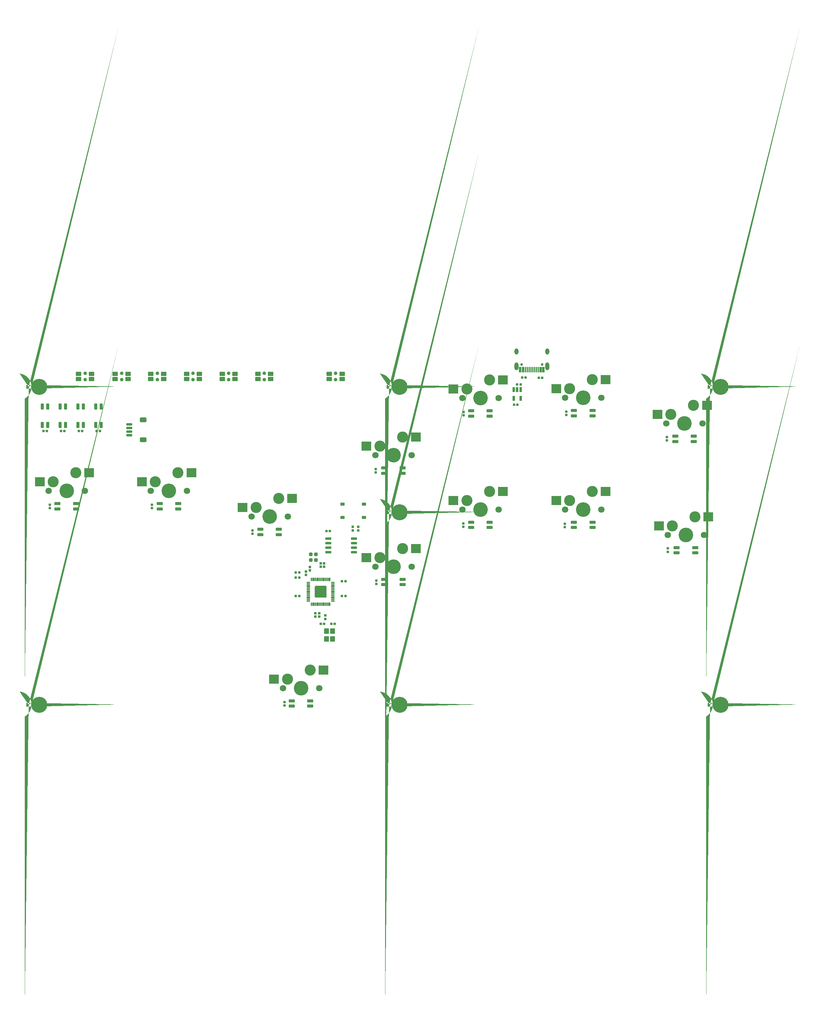
<source format=gbs>
G04 #@! TF.GenerationSoftware,KiCad,Pcbnew,(6.0.0)*
G04 #@! TF.CreationDate,2022-01-08T23:18:35-06:00*
G04 #@! TF.ProjectId,2.0,322e302e-6b69-4636-9164-5f7063625858,2.0*
G04 #@! TF.SameCoordinates,Original*
G04 #@! TF.FileFunction,Soldermask,Bot*
G04 #@! TF.FilePolarity,Negative*
%FSLAX46Y46*%
G04 Gerber Fmt 4.6, Leading zero omitted, Abs format (unit mm)*
G04 Created by KiCad (PCBNEW (6.0.0)) date 2022-01-08 23:18:35*
%MOMM*%
%LPD*%
G01*
G04 APERTURE LIST*
G04 Aperture macros list*
%AMRoundRect*
0 Rectangle with rounded corners*
0 $1 Rounding radius*
0 $2 $3 $4 $5 $6 $7 $8 $9 X,Y pos of 4 corners*
0 Add a 4 corners polygon primitive as box body*
4,1,4,$2,$3,$4,$5,$6,$7,$8,$9,$2,$3,0*
0 Add four circle primitives for the rounded corners*
1,1,$1+$1,$2,$3*
1,1,$1+$1,$4,$5*
1,1,$1+$1,$6,$7*
1,1,$1+$1,$8,$9*
0 Add four rect primitives between the rounded corners*
20,1,$1+$1,$2,$3,$4,$5,0*
20,1,$1+$1,$4,$5,$6,$7,0*
20,1,$1+$1,$6,$7,$8,$9,0*
20,1,$1+$1,$8,$9,$2,$3,0*%
%AMFreePoly0*
4,1,172,-2.560576,3.730661,-2.555267,3.730103,-2.172749,3.669518,-2.167527,3.668408,-1.793437,3.568171,-1.788360,3.566522,-1.426797,3.427731,-1.421920,3.425559,-1.076846,3.249735,-1.072223,3.247066,-0.747418,3.036135,-0.743100,3.032997,-0.442122,2.789270,-0.438155,2.785698,-0.164302,2.511845,-0.160730,2.507878,0.082997,2.206900,0.086135,2.202582,0.297066,1.877777,0.299735,1.873154,
0.475559,1.528080,0.477731,1.523203,0.616522,1.161640,0.618171,1.156563,0.718408,0.782473,0.719518,0.777251,0.780103,0.394733,0.780661,0.389424,0.800930,0.002669,0.800930,-0.002669,0.780661,-0.389424,0.780103,-0.394733,0.719518,-0.777251,0.718408,-0.782473,0.618171,-1.156563,0.616522,-1.161640,0.477731,-1.523203,0.475559,-1.528080,0.299735,-1.873154,0.297066,-1.877777,
0.086135,-2.202582,0.082997,-2.206900,-0.160730,-2.507878,-0.164302,-2.511845,-0.438155,-2.785698,-0.442122,-2.789270,-0.743100,-3.032997,-0.747418,-3.036135,-1.072223,-3.247066,-1.076846,-3.249735,-1.421920,-3.425559,-1.426797,-3.427731,-1.788360,-3.566522,-1.793437,-3.568171,-2.167527,-3.668408,-2.172749,-3.669518,-2.555267,-3.730103,-2.560576,-3.730661,-2.947331,-3.750930,-2.952669,-3.750930,
-3.339424,-3.730661,-3.344733,-3.730103,-3.727251,-3.669518,-3.732473,-3.668408,-4.106563,-3.568171,-4.111640,-3.566522,-4.473203,-3.427731,-4.478080,-3.425559,-4.823154,-3.249735,-4.827777,-3.247066,-5.152582,-3.036135,-5.156900,-3.032997,-5.457878,-2.789270,-5.461845,-2.785698,-5.735698,-2.511845,-5.739270,-2.507878,-5.982997,-2.206900,-5.986135,-2.202582,-6.197066,-1.877777,-6.199735,-1.873154,
-6.375559,-1.528080,-6.377731,-1.523203,-6.516522,-1.161640,-6.518171,-1.156563,-6.618408,-0.782473,-6.619518,-0.777251,-6.680103,-0.394733,-6.680661,-0.389424,-6.700930,-0.002669,-6.700930,0.000000,-5.103610,0.000000,-5.085186,-0.281104,-5.030227,-0.557400,-4.939680,-0.824143,-4.815080,-1.076809,-4.658576,-1.311032,-4.472832,-1.522832,-4.261032,-1.708576,-4.026809,-1.865080,-3.774143,-1.989680,
-3.507400,-2.080227,-3.231104,-2.135186,-2.950000,-2.153610,-2.668896,-2.135186,-2.392600,-2.080227,-2.125857,-1.989680,-1.873191,-1.865080,-1.638968,-1.708576,-1.427168,-1.522832,-1.241424,-1.311032,-1.084920,-1.076809,-0.960320,-0.824143,-0.869773,-0.557400,-0.814814,-0.281104,-0.796390,0.000000,-0.814814,0.281104,-0.869773,0.557400,-0.960320,0.824143,-1.084920,1.076809,-1.241424,1.311032,
-1.427168,1.522832,-1.638968,1.708576,-1.873191,1.865080,-2.125857,1.989680,-2.392600,2.080227,-2.668896,2.135186,-2.950000,2.153610,-3.231104,2.135186,-3.507400,2.080227,-3.774143,1.989680,-4.026809,1.865080,-4.261032,1.708576,-4.472832,1.522832,-4.658576,1.311032,-4.815080,1.076809,-4.939680,0.824143,-5.030227,0.557400,-5.085186,0.281104,-5.103610,0.000000,-6.700930,0.000000,
-6.700930,0.002669,-6.680661,0.389424,-6.680103,0.394733,-6.619518,0.777251,-6.618408,0.782473,-6.518171,1.156563,-6.516522,1.161640,-6.377731,1.523203,-6.375559,1.528080,-6.199735,1.873154,-6.197066,1.877777,-5.986135,2.202582,-5.982997,2.206900,-5.739270,2.507878,-5.735698,2.511845,-5.461845,2.785698,-5.457878,2.789270,-5.156900,3.032997,-5.152582,3.036135,-4.827777,3.247066,
-4.823154,3.249735,-4.478080,3.425559,-4.473203,3.427731,-4.111640,3.566522,-4.106563,3.568171,-3.732473,3.668408,-3.727251,3.669518,-3.344733,3.730103,-3.339424,3.730661,-2.952669,3.750930,-2.947331,3.750930,-2.560576,3.730661,-2.560576,3.730661,$1*%
G04 Aperture macros list end*
%ADD10RoundRect,0.133000X0.718000X-0.328000X0.718000X0.328000X-0.718000X0.328000X-0.718000X-0.328000X0*%
%ADD11C,4.089800*%
%ADD12C,3.102000*%
%ADD13C,1.803800*%
%ADD14RoundRect,0.051000X-1.275000X-1.250000X1.275000X-1.250000X1.275000X1.250000X-1.275000X1.250000X0*%
%ADD15RoundRect,0.133000X-0.328000X-0.718000X0.328000X-0.718000X0.328000X0.718000X-0.328000X0.718000X0*%
%ADD16RoundRect,0.191000X-0.140000X-0.170000X0.140000X-0.170000X0.140000X0.170000X-0.140000X0.170000X0*%
%ADD17RoundRect,0.198500X0.172500X-0.147500X0.172500X0.147500X-0.172500X0.147500X-0.172500X-0.147500X0*%
%ADD18RoundRect,0.198500X-0.147500X-0.172500X0.147500X-0.172500X0.147500X0.172500X-0.147500X0.172500X0*%
%ADD19RoundRect,0.198500X-0.172500X0.147500X-0.172500X-0.147500X0.172500X-0.147500X0.172500X0.147500X0*%
%ADD20RoundRect,0.201000X0.650000X0.150000X-0.650000X0.150000X-0.650000X-0.150000X0.650000X-0.150000X0*%
%ADD21RoundRect,0.198500X0.147500X0.172500X-0.147500X0.172500X-0.147500X-0.172500X0.147500X-0.172500X0*%
%ADD22RoundRect,0.276000X-0.250000X0.225000X-0.250000X-0.225000X0.250000X-0.225000X0.250000X0.225000X0*%
%ADD23RoundRect,0.191000X0.140000X0.170000X-0.140000X0.170000X-0.140000X-0.170000X0.140000X-0.170000X0*%
%ADD24RoundRect,0.101000X0.387500X0.050000X-0.387500X0.050000X-0.387500X-0.050000X0.387500X-0.050000X0*%
%ADD25RoundRect,0.101000X0.050000X0.387500X-0.050000X0.387500X-0.050000X-0.387500X0.050000X-0.387500X0*%
%ADD26RoundRect,0.195000X1.456000X1.456000X-1.456000X1.456000X-1.456000X-1.456000X1.456000X-1.456000X0*%
%ADD27RoundRect,0.191000X0.170000X-0.140000X0.170000X0.140000X-0.170000X0.140000X-0.170000X-0.140000X0*%
%ADD28C,4.502000*%
%ADD29FreePoly0,180.000000*%
%ADD30C,1.002000*%
%ADD31RoundRect,0.051000X0.700000X-0.525000X0.700000X0.525000X-0.700000X0.525000X-0.700000X-0.525000X0*%
%ADD32RoundRect,0.051000X0.500000X0.375000X-0.500000X0.375000X-0.500000X-0.375000X0.500000X-0.375000X0*%
%ADD33RoundRect,0.103000X-0.273000X0.558000X-0.273000X-0.558000X0.273000X-0.558000X0.273000X0.558000X0*%
%ADD34RoundRect,0.201000X-0.625000X0.150000X-0.625000X-0.150000X0.625000X-0.150000X0.625000X0.150000X0*%
%ADD35RoundRect,0.301000X-0.650000X0.350000X-0.650000X-0.350000X0.650000X-0.350000X0.650000X0.350000X0*%
%ADD36C,0.752000*%
%ADD37RoundRect,0.051000X-0.300000X-0.725000X0.300000X-0.725000X0.300000X0.725000X-0.300000X0.725000X0*%
%ADD38RoundRect,0.051000X-0.150000X-0.725000X0.150000X-0.725000X0.150000X0.725000X-0.150000X0.725000X0*%
%ADD39O,1.102000X2.202000*%
%ADD40O,1.102000X1.702000*%
%ADD41RoundRect,0.051000X0.600000X-0.700000X0.600000X0.700000X-0.600000X0.700000X-0.600000X-0.700000X0*%
G04 APERTURE END LIST*
D10*
G04 #@! TO.C,D7*
X242885000Y-84510001D03*
X242885000Y-83010001D03*
X237685000Y-83010001D03*
X237685000Y-84510001D03*
G04 #@! TD*
G04 #@! TO.C,D4*
X97955000Y-72210001D03*
X97955000Y-70710001D03*
X92755000Y-70710001D03*
X92755000Y-72210001D03*
G04 #@! TD*
G04 #@! TO.C,D1*
X160885000Y-93410001D03*
X160885000Y-91910001D03*
X155685000Y-91910001D03*
X155685000Y-93410001D03*
G04 #@! TD*
D11*
G04 #@! TO.C,SW14*
X211485000Y-72360000D03*
D12*
X207675000Y-69820000D03*
D13*
X206405000Y-72360000D03*
D12*
X214025000Y-67280000D03*
D13*
X216565000Y-72360000D03*
D14*
X217775000Y-67280000D03*
X203925000Y-69820000D03*
G04 #@! TD*
D10*
G04 #@! TO.C,D2*
X69320000Y-72210001D03*
X69320000Y-70710001D03*
X64120000Y-70710001D03*
X64120000Y-72210001D03*
G04 #@! TD*
D12*
G04 #@! TO.C,SW20*
X128580000Y-119850000D03*
D13*
X137470000Y-122390000D03*
D11*
X132390000Y-122390000D03*
D12*
X134930000Y-117310000D03*
D13*
X127310000Y-122390000D03*
D14*
X138680000Y-117310000D03*
X124830000Y-119850000D03*
G04 #@! TD*
D10*
G04 #@! TO.C,D12*
X185285000Y-46210001D03*
X185285000Y-44710001D03*
X180085000Y-44710001D03*
X180085000Y-46210001D03*
G04 #@! TD*
D15*
G04 #@! TO.C,D15*
X74879999Y-48660000D03*
X76379999Y-48660000D03*
X76379999Y-43460000D03*
X74879999Y-43460000D03*
G04 #@! TD*
D10*
G04 #@! TO.C,D14*
X214085000Y-46110001D03*
X214085000Y-44610001D03*
X208885000Y-44610001D03*
X208885000Y-46110001D03*
G04 #@! TD*
D13*
G04 #@! TO.C,SW2*
X163365000Y-57160000D03*
D11*
X158285000Y-57160000D03*
D12*
X160825000Y-52080000D03*
D13*
X153205000Y-57160000D03*
D12*
X154475000Y-54620000D03*
D14*
X164575000Y-52080000D03*
X150725000Y-54620000D03*
G04 #@! TD*
D11*
G04 #@! TO.C,SW18*
X240285000Y-79460000D03*
D12*
X242825000Y-74380000D03*
X236475000Y-76920000D03*
D13*
X235205000Y-79460000D03*
X245365000Y-79460000D03*
D14*
X246575000Y-74380000D03*
X232725000Y-76920000D03*
G04 #@! TD*
D12*
G04 #@! TO.C,SW4*
X154475000Y-85820000D03*
X160825000Y-83280000D03*
D11*
X158285000Y-88360000D03*
D13*
X163365000Y-88360000D03*
X153205000Y-88360000D03*
D14*
X164575000Y-83280000D03*
X150725000Y-85820000D03*
G04 #@! TD*
D12*
G04 #@! TO.C,SW12*
X119780000Y-71820000D03*
D13*
X128670000Y-74360000D03*
D11*
X123590000Y-74360000D03*
D13*
X118510000Y-74360000D03*
D12*
X126130000Y-69280000D03*
D14*
X129880000Y-69280000D03*
X116030000Y-71820000D03*
G04 #@! TD*
D12*
G04 #@! TO.C,SW7*
X91545000Y-64620000D03*
D13*
X100435000Y-67160000D03*
D11*
X95355000Y-67160000D03*
D12*
X97895000Y-62080000D03*
D13*
X90275000Y-67160000D03*
D14*
X101645000Y-62080000D03*
X87795000Y-64620000D03*
G04 #@! TD*
D10*
G04 #@! TO.C,D8*
X134990000Y-127440001D03*
X134990000Y-125940001D03*
X129790000Y-125940001D03*
X129790000Y-127440001D03*
G04 #@! TD*
G04 #@! TO.C,D5*
X214085000Y-77410001D03*
X214085000Y-75910001D03*
X208885000Y-75910001D03*
X208885000Y-77410001D03*
G04 #@! TD*
G04 #@! TO.C,D3*
X185285000Y-77410001D03*
X185285000Y-75910001D03*
X180085000Y-75910001D03*
X180085000Y-77410001D03*
G04 #@! TD*
D13*
G04 #@! TO.C,SW3*
X61640000Y-67160000D03*
X71800000Y-67160000D03*
D12*
X69260000Y-62080000D03*
D11*
X66720000Y-67160000D03*
D12*
X62910000Y-64620000D03*
D14*
X73010000Y-62080000D03*
X59160000Y-64620000D03*
G04 #@! TD*
D10*
G04 #@! TO.C,D6*
X126190000Y-79410001D03*
X126190000Y-77910001D03*
X120990000Y-77910001D03*
X120990000Y-79410001D03*
G04 #@! TD*
D11*
G04 #@! TO.C,SW8*
X182685000Y-41160000D03*
D13*
X187765000Y-41160000D03*
D12*
X178875000Y-38620000D03*
X185225000Y-36080000D03*
D13*
X177605000Y-41160000D03*
D14*
X188975000Y-36080000D03*
X175125000Y-38620000D03*
G04 #@! TD*
D10*
G04 #@! TO.C,D10*
X160885000Y-62210001D03*
X160885000Y-60710001D03*
X155685000Y-60710001D03*
X155685000Y-62210001D03*
G04 #@! TD*
G04 #@! TO.C,D16*
X242485000Y-53310001D03*
X242485000Y-51810001D03*
X237285000Y-51810001D03*
X237285000Y-53310001D03*
G04 #@! TD*
D15*
G04 #@! TO.C,D11*
X64879999Y-48660000D03*
X66379999Y-48660000D03*
X66379999Y-43460000D03*
X64879999Y-43460000D03*
G04 #@! TD*
D13*
G04 #@! TO.C,SW17*
X234805000Y-48260000D03*
D12*
X242425000Y-43180000D03*
X236075000Y-45720000D03*
D11*
X239885000Y-48260000D03*
D13*
X244965000Y-48260000D03*
D14*
X246175000Y-43180000D03*
X232325000Y-45720000D03*
G04 #@! TD*
D15*
G04 #@! TO.C,D13*
X69879999Y-48660000D03*
X71379999Y-48660000D03*
X71379999Y-43460000D03*
X69879999Y-43460000D03*
G04 #@! TD*
G04 #@! TO.C,D9*
X59879999Y-48660000D03*
X61379999Y-48660000D03*
X61379999Y-43460000D03*
X59879999Y-43460000D03*
G04 #@! TD*
D13*
G04 #@! TO.C,SW13*
X216565000Y-41060000D03*
X206405000Y-41060000D03*
D12*
X214025000Y-35980000D03*
X207675000Y-38520000D03*
D11*
X211485000Y-41060000D03*
D14*
X217775000Y-35980000D03*
X203925000Y-38520000D03*
G04 #@! TD*
D13*
G04 #@! TO.C,SW9*
X187765000Y-72360000D03*
D11*
X182685000Y-72360000D03*
D12*
X178875000Y-69820000D03*
D13*
X177605000Y-72360000D03*
D12*
X185225000Y-67280000D03*
D14*
X188975000Y-67280000D03*
X175125000Y-69820000D03*
G04 #@! TD*
D16*
G04 #@! TO.C,C4*
X192090000Y-43000000D03*
X193050000Y-43000000D03*
G04 #@! TD*
D17*
G04 #@! TO.C,C10*
X133790000Y-90700000D03*
X133790000Y-89730000D03*
G04 #@! TD*
G04 #@! TO.C,C8*
X134880000Y-89400000D03*
X134880000Y-88430000D03*
G04 #@! TD*
D18*
G04 #@! TO.C,C13*
X143880000Y-96600000D03*
X144850000Y-96600000D03*
G04 #@! TD*
G04 #@! TO.C,C5*
X139530000Y-78400000D03*
X140500000Y-78400000D03*
G04 #@! TD*
D19*
G04 #@! TO.C,R2*
X148380000Y-77230000D03*
X148380000Y-78200000D03*
G04 #@! TD*
D20*
G04 #@! TO.C,U2*
X147200000Y-80495000D03*
X147200000Y-81765000D03*
X147200000Y-83035000D03*
X147200000Y-84305000D03*
X140000000Y-84305000D03*
X140000000Y-83035000D03*
X140000000Y-81765000D03*
X140000000Y-80495000D03*
G04 #@! TD*
D21*
G04 #@! TO.C,C3*
X138880000Y-104400000D03*
X137910000Y-104400000D03*
G04 #@! TD*
D17*
G04 #@! TO.C,R1*
X146880000Y-78200000D03*
X146880000Y-77230000D03*
G04 #@! TD*
G04 #@! TO.C,C9*
X137880000Y-88400000D03*
X137880000Y-87430000D03*
G04 #@! TD*
D21*
G04 #@! TO.C,C12*
X131880000Y-96600000D03*
X130910000Y-96600000D03*
G04 #@! TD*
D19*
G04 #@! TO.C,C14*
X137499000Y-101400000D03*
X137499000Y-102370000D03*
G04 #@! TD*
D22*
G04 #@! TO.C,R3*
X136590000Y-84925000D03*
X136590000Y-86475000D03*
G04 #@! TD*
D19*
G04 #@! TO.C,C7*
X136380000Y-101400000D03*
X136380000Y-102370000D03*
G04 #@! TD*
D23*
G04 #@! TO.C,C1*
X193950000Y-37300000D03*
X192990000Y-37300000D03*
G04 #@! TD*
D18*
G04 #@! TO.C,C11*
X143880000Y-92400000D03*
X144850000Y-92400000D03*
G04 #@! TD*
D21*
G04 #@! TO.C,C16*
X131880000Y-90000000D03*
X130910000Y-90000000D03*
G04 #@! TD*
D24*
G04 #@! TO.C,U3*
X141317500Y-92800000D03*
X141317500Y-93200000D03*
X141317500Y-93600000D03*
X141317500Y-94000000D03*
X141317500Y-94400000D03*
X141317500Y-94800000D03*
X141317500Y-95200000D03*
X141317500Y-95600000D03*
X141317500Y-96000000D03*
X141317500Y-96400000D03*
X141317500Y-96800000D03*
X141317500Y-97200000D03*
X141317500Y-97600000D03*
X141317500Y-98000000D03*
D25*
X140480000Y-98837500D03*
X140080000Y-98837500D03*
X139680000Y-98837500D03*
X139280000Y-98837500D03*
X138880000Y-98837500D03*
X138480000Y-98837500D03*
X138080000Y-98837500D03*
X137680000Y-98837500D03*
X137280000Y-98837500D03*
X136880000Y-98837500D03*
X136480000Y-98837500D03*
X136080000Y-98837500D03*
X135680000Y-98837500D03*
X135280000Y-98837500D03*
D24*
X134442500Y-98000000D03*
X134442500Y-97600000D03*
X134442500Y-97200000D03*
X134442500Y-96800000D03*
X134442500Y-96400000D03*
X134442500Y-96000000D03*
X134442500Y-95600000D03*
X134442500Y-95200000D03*
X134442500Y-94800000D03*
X134442500Y-94400000D03*
X134442500Y-94000000D03*
X134442500Y-93600000D03*
X134442500Y-93200000D03*
X134442500Y-92800000D03*
D25*
X135280000Y-91962500D03*
X135680000Y-91962500D03*
X136080000Y-91962500D03*
X136480000Y-91962500D03*
X136880000Y-91962500D03*
X137280000Y-91962500D03*
X137680000Y-91962500D03*
X138080000Y-91962500D03*
X138480000Y-91962500D03*
X138880000Y-91962500D03*
X139280000Y-91962500D03*
X139680000Y-91962500D03*
X140080000Y-91962500D03*
X140480000Y-91962500D03*
D26*
X137880000Y-95400000D03*
G04 #@! TD*
D18*
G04 #@! TO.C,C2*
X140880000Y-104400000D03*
X141850000Y-104400000D03*
G04 #@! TD*
D22*
G04 #@! TO.C,R4*
X135090000Y-84925000D03*
X135090000Y-86475000D03*
G04 #@! TD*
D17*
G04 #@! TO.C,C6*
X138880000Y-88400000D03*
X138880000Y-87430000D03*
G04 #@! TD*
D21*
G04 #@! TO.C,C15*
X131880000Y-91400000D03*
X130910000Y-91400000D03*
G04 #@! TD*
D19*
G04 #@! TO.C,R5*
X139180000Y-102030000D03*
X139180000Y-103000000D03*
G04 #@! TD*
D27*
G04 #@! TO.C,C19*
X90590000Y-71960000D03*
X90590000Y-71000000D03*
G04 #@! TD*
D16*
G04 #@! TO.C,C21*
X60210000Y-50400000D03*
X61170000Y-50400000D03*
G04 #@! TD*
G04 #@! TO.C,C23*
X70110000Y-50400000D03*
X71070000Y-50400000D03*
G04 #@! TD*
D28*
G04 #@! TO.C,H2*
X58990000Y-127100000D03*
D29*
X56040000Y-127100000D03*
G04 #@! TD*
D30*
G04 #@! TO.C,SW15*
X92090000Y-36000000D03*
X92090000Y-34200000D03*
D31*
X93890000Y-34375000D03*
X93890000Y-35825000D03*
X90290000Y-35825000D03*
X90290000Y-34375000D03*
G04 #@! TD*
D27*
G04 #@! TO.C,C20*
X177890000Y-77200000D03*
X177890000Y-76240000D03*
G04 #@! TD*
D28*
G04 #@! TO.C,H3*
X160000000Y-38000000D03*
D29*
X157050000Y-38000000D03*
G04 #@! TD*
D32*
G04 #@! TO.C,SW1*
X149990000Y-70825000D03*
X143990000Y-70825000D03*
X149990000Y-74575000D03*
X143990000Y-74575000D03*
G04 #@! TD*
D30*
G04 #@! TO.C,SW6*
X112090000Y-36000000D03*
X112090000Y-34200000D03*
D31*
X113890000Y-34375000D03*
X113890000Y-35825000D03*
X110290000Y-35825000D03*
X110290000Y-34375000D03*
G04 #@! TD*
D30*
G04 #@! TO.C,SW16*
X142090000Y-34200000D03*
X142090000Y-36000000D03*
D31*
X143890000Y-34375000D03*
X143890000Y-35825000D03*
X140290000Y-35825000D03*
X140290000Y-34375000D03*
G04 #@! TD*
D33*
G04 #@! TO.C,U1*
X192050000Y-38755000D03*
X192990000Y-38755000D03*
X193930000Y-38755000D03*
X193930000Y-41245000D03*
X192050000Y-41245000D03*
G04 #@! TD*
D27*
G04 #@! TO.C,C27*
X61990000Y-71980000D03*
X61990000Y-71020000D03*
G04 #@! TD*
G04 #@! TO.C,C17*
X235190000Y-84200000D03*
X235190000Y-83240000D03*
G04 #@! TD*
G04 #@! TO.C,C29*
X206290000Y-77280000D03*
X206290000Y-76320000D03*
G04 #@! TD*
G04 #@! TO.C,C25*
X127790000Y-127260000D03*
X127790000Y-126300000D03*
G04 #@! TD*
D28*
G04 #@! TO.C,H1*
X249990000Y-127100000D03*
D29*
X247040000Y-127100000D03*
G04 #@! TD*
D16*
G04 #@! TO.C,C18*
X75110000Y-50400000D03*
X76070000Y-50400000D03*
G04 #@! TD*
D27*
G04 #@! TO.C,C22*
X206790000Y-45880000D03*
X206790000Y-44920000D03*
G04 #@! TD*
D28*
G04 #@! TO.C,H5*
X249990000Y-38000000D03*
D29*
X247040000Y-38000000D03*
G04 #@! TD*
D27*
G04 #@! TO.C,C32*
X234990000Y-53000000D03*
X234990000Y-52040000D03*
G04 #@! TD*
G04 #@! TO.C,C30*
X118790000Y-79180000D03*
X118790000Y-78220000D03*
G04 #@! TD*
D16*
G04 #@! TO.C,R7*
X194390000Y-35400000D03*
X195350000Y-35400000D03*
G04 #@! TD*
D27*
G04 #@! TO.C,C31*
X177990000Y-45960000D03*
X177990000Y-45000000D03*
G04 #@! TD*
G04 #@! TO.C,C28*
X153290000Y-62000000D03*
X153290000Y-61040000D03*
G04 #@! TD*
D34*
G04 #@! TO.C,J2*
X84280000Y-48510000D03*
X84280000Y-49510000D03*
X84280000Y-50510000D03*
X84280000Y-51510000D03*
D35*
X88155000Y-47210000D03*
X88155000Y-52810000D03*
G04 #@! TD*
D16*
G04 #@! TO.C,C24*
X65110000Y-50400000D03*
X66070000Y-50400000D03*
G04 #@! TD*
D28*
G04 #@! TO.C,H7*
X160000000Y-127100000D03*
D29*
X157050000Y-127100000D03*
G04 #@! TD*
D30*
G04 #@! TO.C,SW11*
X122090000Y-36000000D03*
X122090000Y-34200000D03*
D31*
X123890000Y-34375000D03*
X123890000Y-35825000D03*
X120290000Y-35825000D03*
X120290000Y-34375000D03*
G04 #@! TD*
D28*
G04 #@! TO.C,H6*
X160000000Y-73100000D03*
D29*
X157050000Y-73100000D03*
G04 #@! TD*
D30*
G04 #@! TO.C,SW5*
X71840000Y-36000000D03*
X71840000Y-34200000D03*
D31*
X73640000Y-34375000D03*
X73640000Y-35825000D03*
X70040000Y-35825000D03*
X70040000Y-34375000D03*
G04 #@! TD*
D36*
G04 #@! TO.C,J1*
X199980000Y-31700000D03*
X194200000Y-31700000D03*
D37*
X193840000Y-33145000D03*
X194640000Y-33145000D03*
D38*
X195840000Y-33145000D03*
X196840000Y-33145000D03*
X197340000Y-33145000D03*
X198340000Y-33145000D03*
D37*
X199540000Y-33145000D03*
X200340000Y-33145000D03*
X200340000Y-33145000D03*
X199540000Y-33145000D03*
D38*
X198840000Y-33145000D03*
X197840000Y-33145000D03*
X196340000Y-33145000D03*
X195340000Y-33145000D03*
D37*
X194640000Y-33145000D03*
X193840000Y-33145000D03*
D39*
X201410000Y-32230000D03*
D40*
X201410000Y-28050000D03*
X192770000Y-28050000D03*
D39*
X192770000Y-32230000D03*
G04 #@! TD*
D28*
G04 #@! TO.C,H4*
X58990000Y-38000000D03*
D29*
X56040000Y-38000000D03*
G04 #@! TD*
D27*
G04 #@! TO.C,C26*
X153490000Y-93200000D03*
X153490000Y-92240000D03*
G04 #@! TD*
D30*
G04 #@! TO.C,SW10*
X82090000Y-36000000D03*
X82090000Y-34200000D03*
D31*
X83890000Y-34375000D03*
X83890000Y-35825000D03*
X80290000Y-35825000D03*
X80290000Y-34375000D03*
G04 #@! TD*
D41*
G04 #@! TO.C,Y1*
X139545000Y-108600000D03*
X139545000Y-106400000D03*
X141245000Y-106400000D03*
X141245000Y-108600000D03*
G04 #@! TD*
D23*
G04 #@! TO.C,R6*
X199990000Y-35500000D03*
X199030000Y-35500000D03*
G04 #@! TD*
D30*
G04 #@! TO.C,SW19*
X102090000Y-36000000D03*
X102090000Y-34200000D03*
D31*
X103890000Y-34375000D03*
X103890000Y-35825000D03*
X100290000Y-35825000D03*
X100290000Y-34375000D03*
G04 #@! TD*
M02*

</source>
